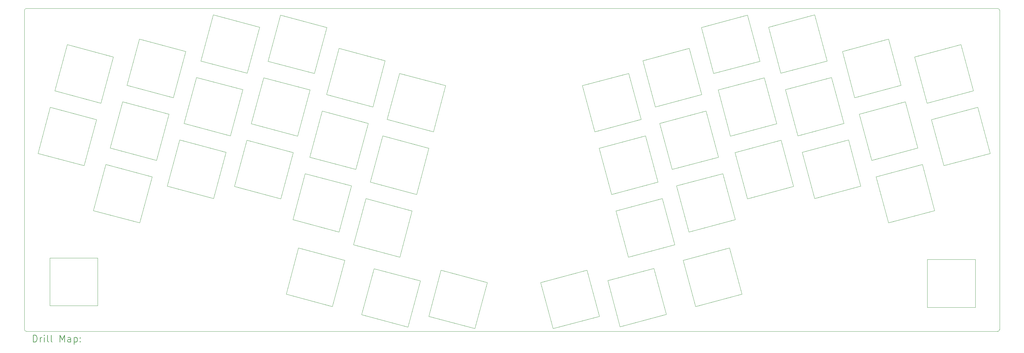
<source format=gbr>
%TF.GenerationSoftware,KiCad,Pcbnew,7.0.5*%
%TF.CreationDate,2023-09-27T00:01:30-07:00*%
%TF.ProjectId,fox-ne,666f782d-6e65-42e6-9b69-6361645f7063,rev?*%
%TF.SameCoordinates,Original*%
%TF.FileFunction,Drillmap*%
%TF.FilePolarity,Positive*%
%FSLAX45Y45*%
G04 Gerber Fmt 4.5, Leading zero omitted, Abs format (unit mm)*
G04 Created by KiCad (PCBNEW 7.0.5) date 2023-09-27 00:01:30*
%MOMM*%
%LPD*%
G01*
G04 APERTURE LIST*
%ADD10C,0.050000*%
%ADD11C,0.200000*%
G04 APERTURE END LIST*
D10*
X25082026Y-4440076D02*
X24719678Y-3087780D01*
X1208168Y-6795965D02*
X1570515Y-5443668D01*
X21208599Y-2734476D02*
X21570947Y-4086772D01*
X20098033Y-5930824D02*
X21450332Y-5568477D01*
X18883943Y-8740803D02*
X20236239Y-8378457D01*
X16751040Y-8121743D02*
X17113388Y-9474039D01*
X20596227Y-2380923D02*
X19243931Y-2743269D01*
X-535337Y-11600419D02*
G75*
G03*
X-485337Y-11650419I50000J0D01*
G01*
X27686805Y-6433846D02*
X27324460Y-5081550D01*
X10422854Y-4088650D02*
X10060508Y-5440947D01*
X23906756Y-7394943D02*
X23544408Y-6042647D01*
X22560897Y-2372129D02*
X21208599Y-2734476D01*
X6584103Y-3732990D02*
X7936400Y-4095337D01*
X24713242Y-8472942D02*
X26065537Y-8110595D01*
X7444644Y-5930596D02*
X7806991Y-4578300D01*
X19873891Y-7026160D02*
X18521595Y-7388507D01*
X26065537Y-8110595D02*
X25703192Y-6758298D01*
X18103336Y-7759397D02*
X16751040Y-8121743D01*
X8658738Y-8740574D02*
X9021085Y-7388278D01*
X11638842Y-9856069D02*
X12991139Y-10218416D01*
X9021085Y-7388278D02*
X7668788Y-7025931D01*
X12628792Y-11570712D02*
X11276495Y-11208366D01*
X10004595Y-3717760D02*
X8652300Y-3355414D01*
X1605000Y-10902998D02*
X205000Y-10902999D01*
X18717509Y-9569794D02*
X20069805Y-9207448D01*
X-485336Y-2190418D02*
X27914664Y-2190418D01*
X25573783Y-6275335D02*
X25211435Y-4923039D01*
X19252725Y-4707938D02*
X18890380Y-3355641D01*
X19382134Y-5190901D02*
X18029838Y-5553247D01*
X21942086Y-7403736D02*
X21579740Y-6051440D01*
X709974Y-3246062D02*
X347627Y-4598359D01*
X23367382Y-3450127D02*
X23729730Y-4802423D01*
X26334509Y-6796193D02*
X27686805Y-6433846D01*
X18465684Y-9111694D02*
X18103336Y-7759397D01*
X9512840Y-5553019D02*
X8160545Y-5190673D01*
X17113388Y-9474039D02*
X18465684Y-9111694D01*
X23544408Y-6042647D02*
X22192112Y-6404994D01*
X11775150Y-4450997D02*
X10422854Y-4088650D01*
X7306442Y-8378228D02*
X8658738Y-8740574D01*
X27964662Y-2240418D02*
G75*
G03*
X27914664Y-2190418I-50002J-2D01*
G01*
X6334078Y-2734248D02*
X4981782Y-2371901D01*
X5479975Y-5921804D02*
X5842322Y-4569507D01*
X16266186Y-11208543D02*
X14913890Y-11570890D01*
X19744480Y-6543197D02*
X19382134Y-5190901D01*
X26832703Y-3246290D02*
X25480407Y-3608636D01*
X20432151Y-10559744D02*
X19079856Y-10922091D01*
X11033638Y-10174815D02*
X10671291Y-11527112D01*
X4981782Y-2371901D02*
X4619435Y-3724198D01*
X-485336Y-2190418D02*
G75*
G03*
X-535336Y-2240418I0J-50000D01*
G01*
X24350895Y-7120645D02*
X24713242Y-8472942D01*
X3683539Y-5285158D02*
X2331243Y-4922811D01*
X23052652Y-4207389D02*
X21700357Y-4569736D01*
X1477140Y-8110367D02*
X2829436Y-8472713D01*
X16129874Y-5803523D02*
X17482171Y-5441176D01*
X3635923Y-7394716D02*
X4988219Y-7757062D01*
X20958575Y-3733219D02*
X20596227Y-2380923D01*
X12991139Y-10218416D02*
X12628792Y-11570712D01*
X16509049Y-10165024D02*
X17861345Y-9802677D01*
X25972164Y-5443897D02*
X26334509Y-6796193D01*
X218219Y-5081322D02*
X-144128Y-6433618D01*
X17119825Y-4088880D02*
X15767527Y-4451226D01*
X7798197Y-6542969D02*
X9150494Y-6905315D01*
X4490026Y-4207161D02*
X4127679Y-5559457D01*
X5600591Y-7403508D02*
X6952887Y-7765855D01*
X19735688Y-4578527D02*
X20098033Y-5930824D01*
X25854002Y-10945998D02*
X25854002Y-9545998D01*
X9439342Y-7759169D02*
X9076995Y-9111465D01*
X4619435Y-3724198D02*
X5971731Y-4086544D01*
X1968896Y-6275107D02*
X3321192Y-6637454D01*
X205000Y-9502998D02*
X1605000Y-9502998D01*
X4175296Y-3449898D02*
X2823000Y-3087551D01*
X10921049Y-7638554D02*
X11283395Y-6286258D01*
X22923243Y-3724425D02*
X22560897Y-2372129D01*
X16621631Y-7638781D02*
X17973927Y-7276435D01*
X17973927Y-7276435D02*
X17611580Y-5924138D01*
X27254000Y-10945999D02*
X25854002Y-10945998D01*
X15767527Y-4451226D02*
X16129874Y-5803523D01*
X6092348Y-5568249D02*
X7444644Y-5930596D01*
X11412804Y-5803293D02*
X11775150Y-4450997D01*
X20236239Y-8378457D02*
X19873891Y-7026160D01*
X9681342Y-9812469D02*
X11033638Y-10174815D01*
X2829436Y-8472713D02*
X3191783Y-7120417D01*
X8298746Y-2743041D02*
X6946450Y-2380694D01*
X18392184Y-6905544D02*
X19744480Y-6543197D01*
X2062270Y-3608409D02*
X709974Y-3246062D01*
X16259284Y-6286485D02*
X16621631Y-7638781D01*
X7806991Y-4578300D02*
X6454694Y-4215953D01*
X24719678Y-3087780D02*
X23367382Y-3450127D01*
X5971731Y-4086544D02*
X6334078Y-2734248D01*
X14551544Y-10218593D02*
X15903839Y-9856247D01*
X27964664Y-2240418D02*
X27964663Y-11600418D01*
X25703192Y-6758298D02*
X24350895Y-7120645D01*
X17482171Y-5441176D02*
X17119825Y-4088880D01*
X7668788Y-7025931D02*
X7306442Y-8378228D01*
X5842322Y-4569507D02*
X4490026Y-4207161D01*
X11276495Y-11208366D02*
X11638842Y-9856069D01*
X4988219Y-7757062D02*
X5350566Y-6404766D01*
X21450332Y-5568477D02*
X21087984Y-4216181D01*
X27914663Y-11650423D02*
G75*
G03*
X27964663Y-11600418I-3J50003D01*
G01*
X20227442Y-6413786D02*
X20589790Y-7766083D01*
X17900429Y-5070285D02*
X19252725Y-4707938D01*
X3321192Y-6637454D02*
X3683539Y-5285158D01*
X-485337Y-11650419D02*
X27914663Y-11650418D01*
X2460653Y-4439848D02*
X3812950Y-4802194D01*
X9076995Y-9111465D02*
X10429292Y-9473811D01*
X1839487Y-6758070D02*
X1477140Y-8110367D01*
X21700357Y-4569736D02*
X22062703Y-5922032D01*
X19606279Y-4095565D02*
X20958575Y-3733219D01*
X21570947Y-4086772D02*
X22923243Y-3724425D01*
X18029838Y-5553247D02*
X18392184Y-6905544D01*
X20589790Y-7766083D02*
X21942086Y-7403736D01*
X11283395Y-6286258D02*
X9931100Y-5923911D01*
X25211435Y-4923039D02*
X23859140Y-5285386D01*
X27195051Y-4598586D02*
X26832703Y-3246290D01*
X8462792Y-10921912D02*
X7110496Y-10559565D01*
X25480407Y-3608636D02*
X25842755Y-4960933D01*
X-144128Y-6433618D02*
X1208168Y-6795965D01*
X22062703Y-5922032D02*
X23414999Y-5559686D01*
X8652300Y-3355414D02*
X8289953Y-4707710D01*
X14913890Y-11570890D02*
X14551544Y-10218593D01*
X8160545Y-5190673D02*
X7798197Y-6542969D01*
X1605000Y-9502998D02*
X1605000Y-10902998D01*
X7472842Y-9207269D02*
X8825139Y-9569616D01*
X23414999Y-5559686D02*
X23052652Y-4207389D01*
X25854002Y-9545998D02*
X27254000Y-9545998D01*
X17861345Y-9802677D02*
X18223692Y-11154974D01*
X7110496Y-10559565D02*
X7472842Y-9207269D01*
X27254000Y-9545998D02*
X27254000Y-10945999D01*
X7936400Y-4095337D02*
X8298746Y-2743041D01*
X10060508Y-5440947D02*
X11412804Y-5803293D01*
X9318995Y-11164764D02*
X9681342Y-9812469D01*
X10791639Y-8121515D02*
X9439342Y-7759169D01*
X18223692Y-11154974D02*
X16871396Y-11517320D01*
X9642249Y-5070057D02*
X10004595Y-3717760D01*
X5350566Y-6404766D02*
X3998269Y-6042420D01*
X347627Y-4598359D02*
X1699923Y-4960706D01*
X1570515Y-5443668D02*
X218219Y-5081322D01*
X21579740Y-6051440D02*
X20227442Y-6413786D01*
X21087984Y-4216181D02*
X19735688Y-4578527D01*
X27324460Y-5081550D02*
X25972164Y-5443897D01*
X18521595Y-7388507D02*
X18883943Y-8740803D01*
X17611580Y-5924138D02*
X16259284Y-6286485D01*
X2331243Y-4922811D02*
X1968896Y-6275107D01*
X1699923Y-4960706D02*
X2062270Y-3608409D01*
X25842755Y-4960933D02*
X27195051Y-4598586D01*
X22192112Y-6404994D02*
X22554460Y-7757290D01*
X6952887Y-7765855D02*
X7315234Y-6413558D01*
X7315234Y-6413558D02*
X5962937Y-6051212D01*
X2823000Y-3087551D02*
X2460653Y-4439848D01*
X8825139Y-9569616D02*
X8462792Y-10921912D01*
X10671291Y-11527112D02*
X9318995Y-11164764D01*
X8289953Y-4707710D02*
X9642249Y-5070057D01*
X23729730Y-4802423D02*
X25082026Y-4440076D01*
X6946450Y-2380694D02*
X6584103Y-3732990D01*
X10429292Y-9473811D02*
X10791639Y-8121515D01*
X205000Y-10902999D02*
X205000Y-9502998D01*
X3191783Y-7120417D02*
X1839487Y-6758070D01*
X18890380Y-3355641D02*
X17538084Y-3717988D01*
X16871396Y-11517320D02*
X16509049Y-10165024D01*
X9568753Y-7276207D02*
X10921049Y-7638554D01*
X22554460Y-7757290D02*
X23906756Y-7394943D01*
X9931100Y-5923911D02*
X9568753Y-7276207D01*
X6454694Y-4215953D02*
X6092348Y-5568249D01*
X3998269Y-6042420D02*
X3635923Y-7394716D01*
X3812950Y-4802194D02*
X4175296Y-3449898D01*
X24221486Y-6637682D02*
X25573783Y-6275335D01*
X19243931Y-2743269D02*
X19606279Y-4095565D01*
X17538084Y-3717988D02*
X17900429Y-5070285D01*
X-535336Y-2240418D02*
X-535337Y-11600419D01*
X20069805Y-9207448D02*
X20432151Y-10559744D01*
X15903839Y-9856247D02*
X16266186Y-11208543D01*
X9150494Y-6905315D02*
X9512840Y-5553019D01*
X19079856Y-10922091D02*
X18717509Y-9569794D01*
X5962937Y-6051212D02*
X5600591Y-7403508D01*
X4127679Y-5559457D02*
X5479975Y-5921804D01*
X23859140Y-5285386D02*
X24221486Y-6637682D01*
D11*
X-277060Y-11964402D02*
X-277060Y-11764402D01*
X-277060Y-11764402D02*
X-229441Y-11764402D01*
X-229441Y-11764402D02*
X-200869Y-11773926D01*
X-200869Y-11773926D02*
X-181821Y-11792974D01*
X-181821Y-11792974D02*
X-172298Y-11812021D01*
X-172298Y-11812021D02*
X-162774Y-11850117D01*
X-162774Y-11850117D02*
X-162774Y-11878688D01*
X-162774Y-11878688D02*
X-172298Y-11916783D01*
X-172298Y-11916783D02*
X-181821Y-11935831D01*
X-181821Y-11935831D02*
X-200869Y-11954879D01*
X-200869Y-11954879D02*
X-229441Y-11964402D01*
X-229441Y-11964402D02*
X-277060Y-11964402D01*
X-77060Y-11964402D02*
X-77060Y-11831069D01*
X-77060Y-11869164D02*
X-67536Y-11850117D01*
X-67536Y-11850117D02*
X-58012Y-11840593D01*
X-58012Y-11840593D02*
X-38964Y-11831069D01*
X-38964Y-11831069D02*
X-19917Y-11831069D01*
X46750Y-11964402D02*
X46750Y-11831069D01*
X46750Y-11764402D02*
X37226Y-11773926D01*
X37226Y-11773926D02*
X46750Y-11783450D01*
X46750Y-11783450D02*
X56274Y-11773926D01*
X56274Y-11773926D02*
X46750Y-11764402D01*
X46750Y-11764402D02*
X46750Y-11783450D01*
X170559Y-11964402D02*
X151512Y-11954879D01*
X151512Y-11954879D02*
X141988Y-11935831D01*
X141988Y-11935831D02*
X141988Y-11764402D01*
X275321Y-11964402D02*
X256274Y-11954879D01*
X256274Y-11954879D02*
X246750Y-11935831D01*
X246750Y-11935831D02*
X246750Y-11764402D01*
X503893Y-11964402D02*
X503893Y-11764402D01*
X503893Y-11764402D02*
X570559Y-11907260D01*
X570559Y-11907260D02*
X637226Y-11764402D01*
X637226Y-11764402D02*
X637226Y-11964402D01*
X818178Y-11964402D02*
X818178Y-11859641D01*
X818178Y-11859641D02*
X808655Y-11840593D01*
X808655Y-11840593D02*
X789607Y-11831069D01*
X789607Y-11831069D02*
X751512Y-11831069D01*
X751512Y-11831069D02*
X732464Y-11840593D01*
X818178Y-11954879D02*
X799131Y-11964402D01*
X799131Y-11964402D02*
X751512Y-11964402D01*
X751512Y-11964402D02*
X732464Y-11954879D01*
X732464Y-11954879D02*
X722940Y-11935831D01*
X722940Y-11935831D02*
X722940Y-11916783D01*
X722940Y-11916783D02*
X732464Y-11897736D01*
X732464Y-11897736D02*
X751512Y-11888212D01*
X751512Y-11888212D02*
X799131Y-11888212D01*
X799131Y-11888212D02*
X818178Y-11878688D01*
X913416Y-11831069D02*
X913416Y-12031069D01*
X913416Y-11840593D02*
X932464Y-11831069D01*
X932464Y-11831069D02*
X970559Y-11831069D01*
X970559Y-11831069D02*
X989607Y-11840593D01*
X989607Y-11840593D02*
X999131Y-11850117D01*
X999131Y-11850117D02*
X1008655Y-11869164D01*
X1008655Y-11869164D02*
X1008655Y-11926307D01*
X1008655Y-11926307D02*
X999131Y-11945355D01*
X999131Y-11945355D02*
X989607Y-11954879D01*
X989607Y-11954879D02*
X970559Y-11964402D01*
X970559Y-11964402D02*
X932464Y-11964402D01*
X932464Y-11964402D02*
X913416Y-11954879D01*
X1094369Y-11945355D02*
X1103893Y-11954879D01*
X1103893Y-11954879D02*
X1094369Y-11964402D01*
X1094369Y-11964402D02*
X1084845Y-11954879D01*
X1084845Y-11954879D02*
X1094369Y-11945355D01*
X1094369Y-11945355D02*
X1094369Y-11964402D01*
X1094369Y-11840593D02*
X1103893Y-11850117D01*
X1103893Y-11850117D02*
X1094369Y-11859641D01*
X1094369Y-11859641D02*
X1084845Y-11850117D01*
X1084845Y-11850117D02*
X1094369Y-11840593D01*
X1094369Y-11840593D02*
X1094369Y-11859641D01*
M02*

</source>
